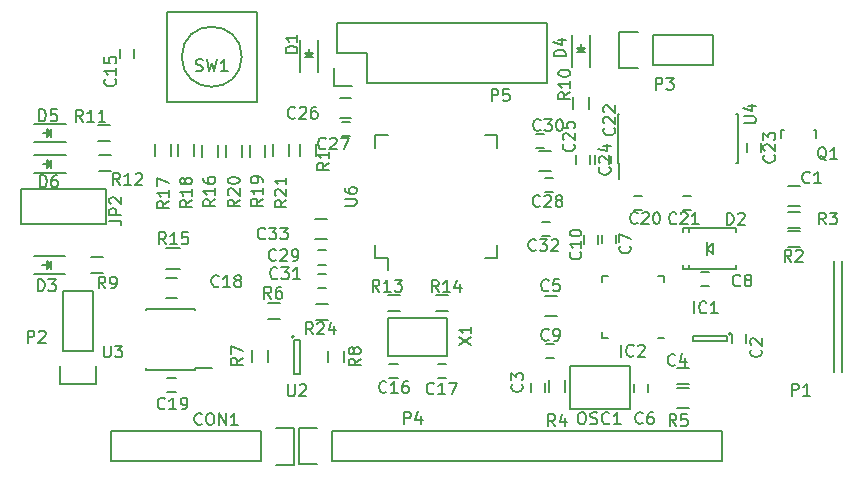
<source format=gto>
G04 #@! TF.FileFunction,Legend,Top*
%FSLAX46Y46*%
G04 Gerber Fmt 4.6, Leading zero omitted, Abs format (unit mm)*
G04 Created by KiCad (PCBNEW 4.0.0-rc1-stable) date 08/11/2015 16:00:56*
%MOMM*%
G01*
G04 APERTURE LIST*
%ADD10C,0.100000*%
%ADD11C,0.150000*%
%ADD12C,0.127000*%
%ADD13C,0.203200*%
G04 APERTURE END LIST*
D10*
D11*
X186468640Y-94984200D02*
X185468640Y-94984200D01*
X185468640Y-96684200D02*
X186468640Y-96684200D01*
X181930600Y-107554280D02*
X181930600Y-108254280D01*
X180730600Y-108254280D02*
X180730600Y-107554280D01*
X164866880Y-111714800D02*
X164866880Y-112414800D01*
X163666880Y-112414800D02*
X163666880Y-111714800D01*
X177080800Y-112113960D02*
X176080800Y-112113960D01*
X176080800Y-113813960D02*
X177080800Y-113813960D01*
X164904800Y-105990760D02*
X165904800Y-105990760D01*
X165904800Y-104290760D02*
X164904800Y-104290760D01*
X173604480Y-111735120D02*
X173604480Y-112435120D01*
X172404480Y-112435120D02*
X172404480Y-111735120D01*
X169722240Y-99846880D02*
X169722240Y-99146880D01*
X170922240Y-99146880D02*
X170922240Y-99846880D01*
X178085000Y-102280160D02*
X178785000Y-102280160D01*
X178785000Y-103480160D02*
X178085000Y-103480160D01*
X165683680Y-109550760D02*
X164983680Y-109550760D01*
X164983680Y-108350760D02*
X165683680Y-108350760D01*
X168188080Y-99872280D02*
X168188080Y-99172280D01*
X169388080Y-99172280D02*
X169388080Y-99872280D01*
X128873960Y-84114120D02*
X128873960Y-83414120D01*
X130073960Y-83414120D02*
X130073960Y-84114120D01*
X152412180Y-111275420D02*
X151712180Y-111275420D01*
X151712180Y-110075420D02*
X152412180Y-110075420D01*
X155826980Y-110075420D02*
X156526980Y-110075420D01*
X156526980Y-111275420D02*
X155826980Y-111275420D01*
X132773800Y-104507400D02*
X133773800Y-104507400D01*
X133773800Y-102807400D02*
X132773800Y-102807400D01*
X133623800Y-112471760D02*
X132923800Y-112471760D01*
X132923800Y-111271760D02*
X133623800Y-111271760D01*
X172436040Y-95833640D02*
X173136040Y-95833640D01*
X173136040Y-97033640D02*
X172436040Y-97033640D01*
X176586400Y-95833640D02*
X177286400Y-95833640D01*
X177286400Y-97033640D02*
X176586400Y-97033640D01*
X170338040Y-92410800D02*
X170338040Y-93110800D01*
X169138040Y-93110800D02*
X169138040Y-92410800D01*
X183159960Y-91379560D02*
X183159960Y-92079560D01*
X181959960Y-92079560D02*
X181959960Y-91379560D01*
X168687040Y-92410800D02*
X168687040Y-93110800D01*
X167487040Y-93110800D02*
X167487040Y-92410800D01*
X165381560Y-92007320D02*
X164381560Y-92007320D01*
X164381560Y-93707320D02*
X165381560Y-93707320D01*
X147500720Y-89226760D02*
X148500720Y-89226760D01*
X148500720Y-87526760D02*
X147500720Y-87526760D01*
X147676120Y-89564920D02*
X148376120Y-89564920D01*
X148376120Y-90764920D02*
X147676120Y-90764920D01*
X164851600Y-94294400D02*
X165551600Y-94294400D01*
X165551600Y-95494400D02*
X164851600Y-95494400D01*
X145649200Y-100441200D02*
X146349200Y-100441200D01*
X146349200Y-101641200D02*
X145649200Y-101641200D01*
X164820080Y-91816480D02*
X164120080Y-91816480D01*
X164120080Y-90616480D02*
X164820080Y-90616480D01*
X146349200Y-103663040D02*
X145649200Y-103663040D01*
X145649200Y-102463040D02*
X146349200Y-102463040D01*
X165338240Y-99218040D02*
X164638240Y-99218040D01*
X164638240Y-98018040D02*
X165338240Y-98018040D01*
X145423000Y-99452800D02*
X146423000Y-99452800D01*
X146423000Y-97752800D02*
X145423000Y-97752800D01*
X140843000Y-118313200D02*
X128143000Y-118313200D01*
X128143000Y-118313200D02*
X128143000Y-115773200D01*
X128143000Y-115773200D02*
X140843000Y-115773200D01*
X143663000Y-118593200D02*
X142113000Y-118593200D01*
X140843000Y-118313200D02*
X140843000Y-115773200D01*
X142113000Y-115493200D02*
X143663000Y-115493200D01*
X143663000Y-115493200D02*
X143663000Y-118593200D01*
X145677320Y-85338720D02*
X145677320Y-82638720D01*
X144177320Y-85338720D02*
X144177320Y-82638720D01*
X145077320Y-83838720D02*
X144827320Y-83838720D01*
X144827320Y-83838720D02*
X144977320Y-83988720D01*
X144577320Y-84088720D02*
X145277320Y-84088720D01*
X144927320Y-83738720D02*
X144927320Y-83388720D01*
X144927320Y-84088720D02*
X144577320Y-83738720D01*
X144577320Y-83738720D02*
X145277320Y-83738720D01*
X145277320Y-83738720D02*
X144927320Y-84088720D01*
X178596480Y-100304600D02*
X179146480Y-99854600D01*
X179146480Y-99854600D02*
X179146480Y-100754600D01*
X179146480Y-100754600D02*
X178596480Y-100304600D01*
X178596480Y-99754600D02*
X178596480Y-100854600D01*
X177047340Y-102054660D02*
X177047340Y-101704140D01*
X177047340Y-98554540D02*
X177047340Y-98905060D01*
X181096920Y-102054660D02*
X181096920Y-101704140D01*
X176596040Y-102054660D02*
X176596040Y-101704140D01*
X176596040Y-98554540D02*
X176596040Y-98905060D01*
X181096920Y-98554540D02*
X181096920Y-98905060D01*
X176596040Y-102054660D02*
X181096920Y-102054660D01*
X176596040Y-98554540D02*
X181096920Y-98554540D01*
X124287080Y-100951600D02*
X121587080Y-100951600D01*
X124287080Y-102451600D02*
X121587080Y-102451600D01*
X122787080Y-101551600D02*
X122787080Y-101801600D01*
X122787080Y-101801600D02*
X122937080Y-101651600D01*
X123037080Y-102051600D02*
X123037080Y-101351600D01*
X122687080Y-101701600D02*
X122337080Y-101701600D01*
X123037080Y-101701600D02*
X122687080Y-102051600D01*
X122687080Y-102051600D02*
X122687080Y-101351600D01*
X122687080Y-101351600D02*
X123037080Y-101701600D01*
X168694800Y-84886600D02*
X168694800Y-82186600D01*
X167194800Y-84886600D02*
X167194800Y-82186600D01*
X168094800Y-83386600D02*
X167844800Y-83386600D01*
X167844800Y-83386600D02*
X167994800Y-83536600D01*
X167594800Y-83636600D02*
X168294800Y-83636600D01*
X167944800Y-83286600D02*
X167944800Y-82936600D01*
X167944800Y-83636600D02*
X167594800Y-83286600D01*
X167594800Y-83286600D02*
X168294800Y-83286600D01*
X168294800Y-83286600D02*
X167944800Y-83636600D01*
X124322640Y-89775600D02*
X121622640Y-89775600D01*
X124322640Y-91275600D02*
X121622640Y-91275600D01*
X122822640Y-90375600D02*
X122822640Y-90625600D01*
X122822640Y-90625600D02*
X122972640Y-90475600D01*
X123072640Y-90875600D02*
X123072640Y-90175600D01*
X122722640Y-90525600D02*
X122372640Y-90525600D01*
X123072640Y-90525600D02*
X122722640Y-90875600D01*
X122722640Y-90875600D02*
X122722640Y-90175600D01*
X122722640Y-90175600D02*
X123072640Y-90525600D01*
X124312480Y-92401960D02*
X121612480Y-92401960D01*
X124312480Y-93901960D02*
X121612480Y-93901960D01*
X122812480Y-93001960D02*
X122812480Y-93251960D01*
X122812480Y-93251960D02*
X122962480Y-93101960D01*
X123062480Y-93501960D02*
X123062480Y-92801960D01*
X122712480Y-93151960D02*
X122362480Y-93151960D01*
X123062480Y-93151960D02*
X122712480Y-93501960D01*
X122712480Y-93501960D02*
X122712480Y-92801960D01*
X122712480Y-92801960D02*
X123062480Y-93151960D01*
X180646480Y-107504280D02*
G75*
G03X180646480Y-107504280I-100000J0D01*
G01*
X180296480Y-108154280D02*
X180296480Y-107654280D01*
X177396480Y-108154280D02*
X180296480Y-108154280D01*
X177396480Y-107654280D02*
X177396480Y-108154280D01*
X180296480Y-107654280D02*
X177396480Y-107654280D01*
X169703840Y-107857200D02*
X169703840Y-107332200D01*
X174953840Y-102607200D02*
X174953840Y-103132200D01*
X169703840Y-102607200D02*
X169703840Y-103132200D01*
X174953840Y-107857200D02*
X174428840Y-107857200D01*
X174953840Y-102607200D02*
X174428840Y-102607200D01*
X169703840Y-102607200D02*
X170228840Y-102607200D01*
X169703840Y-107857200D02*
X170228840Y-107857200D01*
X127765360Y-98251720D02*
X120565360Y-98251720D01*
X120565360Y-98251720D02*
X120565360Y-95251720D01*
X120565360Y-95251720D02*
X127765360Y-95251720D01*
X127765360Y-95251720D02*
X127765360Y-98251720D01*
X167050080Y-110244480D02*
X167050080Y-113844480D01*
X167050080Y-113844480D02*
X172050080Y-113844480D01*
X172050080Y-110244480D02*
X172050080Y-113844480D01*
X167050080Y-110244480D02*
X172050080Y-110244480D01*
X190021100Y-110706900D02*
X190021100Y-101306900D01*
X189321100Y-110706900D02*
X189321100Y-101306900D01*
X146893280Y-118282720D02*
X179913280Y-118282720D01*
X179913280Y-118282720D02*
X179913280Y-115742720D01*
X179913280Y-115742720D02*
X146893280Y-115742720D01*
X144073280Y-115462720D02*
X145623280Y-115462720D01*
X146893280Y-115742720D02*
X146893280Y-118282720D01*
X145623280Y-118562720D02*
X144073280Y-118562720D01*
X144073280Y-118562720D02*
X144073280Y-115462720D01*
X184859980Y-90911680D02*
X184859980Y-90210640D01*
X184859980Y-90210640D02*
X185108900Y-90210640D01*
X187658960Y-90210640D02*
X187859620Y-90210640D01*
X187859620Y-90210640D02*
X187859620Y-90911680D01*
X145495640Y-91437840D02*
X145495640Y-92437840D01*
X144145640Y-92437840D02*
X144145640Y-91437840D01*
X186468640Y-100192200D02*
X185468640Y-100192200D01*
X185468640Y-98842200D02*
X186468640Y-98842200D01*
X185504200Y-97206440D02*
X186504200Y-97206440D01*
X186504200Y-98556440D02*
X185504200Y-98556440D01*
X165273360Y-112453040D02*
X165273360Y-111453040D01*
X166623360Y-111453040D02*
X166623360Y-112453040D01*
X176080800Y-110389040D02*
X177080800Y-110389040D01*
X177080800Y-111739040D02*
X176080800Y-111739040D01*
X141440280Y-104933120D02*
X142440280Y-104933120D01*
X142440280Y-106283120D02*
X141440280Y-106283120D01*
X141406240Y-108882560D02*
X141406240Y-109882560D01*
X140056240Y-109882560D02*
X140056240Y-108882560D01*
X146533240Y-109923200D02*
X146533240Y-108923200D01*
X147883240Y-108923200D02*
X147883240Y-109923200D01*
X126489840Y-101026600D02*
X127489840Y-101026600D01*
X127489840Y-102376600D02*
X126489840Y-102376600D01*
X168640120Y-87485600D02*
X168640120Y-88485600D01*
X167290120Y-88485600D02*
X167290120Y-87485600D01*
X127058800Y-89815040D02*
X128058800Y-89815040D01*
X128058800Y-91165040D02*
X127058800Y-91165040D01*
X127160400Y-92339800D02*
X128160400Y-92339800D01*
X128160400Y-93689800D02*
X127160400Y-93689800D01*
X152640920Y-105556680D02*
X151640920Y-105556680D01*
X151640920Y-104206680D02*
X152640920Y-104206680D01*
X155704920Y-104221920D02*
X156704920Y-104221920D01*
X156704920Y-105571920D02*
X155704920Y-105571920D01*
X132785560Y-100267800D02*
X133985560Y-100267800D01*
X133985560Y-102017800D02*
X132785560Y-102017800D01*
X135875400Y-92514040D02*
X135875400Y-91514040D01*
X137225400Y-91514040D02*
X137225400Y-92514040D01*
X131913000Y-92473400D02*
X131913000Y-91473400D01*
X133263000Y-91473400D02*
X133263000Y-92473400D01*
X133858640Y-92473400D02*
X133858640Y-91473400D01*
X135208640Y-91473400D02*
X135208640Y-92473400D01*
X139878440Y-92514040D02*
X139878440Y-91514040D01*
X141228440Y-91514040D02*
X141228440Y-92514040D01*
X137897240Y-92514040D02*
X137897240Y-91514040D01*
X139247240Y-91514040D02*
X139247240Y-92514040D01*
X143209640Y-91473400D02*
X143209640Y-92473400D01*
X141859640Y-92473400D02*
X141859640Y-91473400D01*
X146494120Y-106308520D02*
X145494120Y-106308520D01*
X145494120Y-104958520D02*
X146494120Y-104958520D01*
D12*
X139217400Y-84048600D02*
G75*
G03X139217400Y-84048600I-2540000J0D01*
G01*
X140487400Y-87858600D02*
X132867400Y-87858600D01*
X132867400Y-87858600D02*
X132867400Y-80238600D01*
X132867400Y-80238600D02*
X140487400Y-80238600D01*
X140487400Y-87858600D02*
X140487400Y-80238600D01*
D11*
X143631640Y-107758760D02*
G75*
G03X143631640Y-107758760I-100000J0D01*
G01*
X144181640Y-108008760D02*
X143681640Y-108008760D01*
X144181640Y-110908760D02*
X144181640Y-108008760D01*
X143681640Y-110908760D02*
X144181640Y-110908760D01*
X143681640Y-108008760D02*
X143681640Y-110908760D01*
X135292920Y-110535160D02*
X135292920Y-110390160D01*
X131142920Y-110535160D02*
X131142920Y-110390160D01*
X131142920Y-105385160D02*
X131142920Y-105530160D01*
X135292920Y-105385160D02*
X135292920Y-105530160D01*
X135292920Y-110535160D02*
X131142920Y-110535160D01*
X135292920Y-105385160D02*
X131142920Y-105385160D01*
X135292920Y-110390160D02*
X136692920Y-110390160D01*
X171058760Y-93047640D02*
X171163760Y-93047640D01*
X171058760Y-88897640D02*
X171163760Y-88897640D01*
X181208760Y-88897640D02*
X181103760Y-88897640D01*
X181208760Y-93047640D02*
X181103760Y-93047640D01*
X171058760Y-93047640D02*
X171058760Y-88897640D01*
X181208760Y-93047640D02*
X181208760Y-88897640D01*
X171163760Y-93047640D02*
X171163760Y-94422640D01*
X150511760Y-101060000D02*
X151586760Y-101060000D01*
X150511760Y-90710000D02*
X151586760Y-90710000D01*
X160861760Y-90710000D02*
X159786760Y-90710000D01*
X160861760Y-101060000D02*
X159786760Y-101060000D01*
X150511760Y-101060000D02*
X150511760Y-99985000D01*
X160861760Y-101060000D02*
X160861760Y-99985000D01*
X160861760Y-90710000D02*
X160861760Y-91785000D01*
X150511760Y-90710000D02*
X150511760Y-91785000D01*
X151586760Y-101060000D02*
X151586760Y-102085000D01*
X156627200Y-109377280D02*
X151627200Y-109377280D01*
X151627200Y-109377280D02*
X151627200Y-106177280D01*
X151627200Y-106177280D02*
X156627200Y-106177280D01*
X156627200Y-106177280D02*
X156627200Y-109377280D01*
X165094920Y-81183480D02*
X147314920Y-81183480D01*
X149854920Y-86263480D02*
X165094920Y-86263480D01*
X165094920Y-81183480D02*
X165094920Y-86263480D01*
X147314920Y-81183480D02*
X147314920Y-83723480D01*
X147034920Y-84993480D02*
X147034920Y-86543480D01*
X147314920Y-83723480D02*
X149854920Y-83723480D01*
X149854920Y-83723480D02*
X149854920Y-86263480D01*
X147034920Y-86543480D02*
X148584920Y-86543480D01*
X126619000Y-108966000D02*
X126619000Y-103886000D01*
X126619000Y-103886000D02*
X124079000Y-103886000D01*
X124079000Y-103886000D02*
X124079000Y-108966000D01*
X123799000Y-111786000D02*
X123799000Y-110236000D01*
X124079000Y-108966000D02*
X126619000Y-108966000D01*
X126899000Y-110236000D02*
X126899000Y-111786000D01*
X126899000Y-111786000D02*
X123799000Y-111786000D01*
X173995080Y-84754720D02*
X179075080Y-84754720D01*
X179075080Y-84754720D02*
X179075080Y-82214720D01*
X179075080Y-82214720D02*
X173995080Y-82214720D01*
X171175080Y-81934720D02*
X172725080Y-81934720D01*
X173995080Y-82214720D02*
X173995080Y-84754720D01*
X172725080Y-85034720D02*
X171175080Y-85034720D01*
X171175080Y-85034720D02*
X171175080Y-81934720D01*
X187305654Y-94682583D02*
X187258035Y-94730202D01*
X187115178Y-94777821D01*
X187019940Y-94777821D01*
X186877082Y-94730202D01*
X186781844Y-94634964D01*
X186734225Y-94539726D01*
X186686606Y-94349250D01*
X186686606Y-94206392D01*
X186734225Y-94015916D01*
X186781844Y-93920678D01*
X186877082Y-93825440D01*
X187019940Y-93777821D01*
X187115178Y-93777821D01*
X187258035Y-93825440D01*
X187305654Y-93873059D01*
X188258035Y-94777821D02*
X187686606Y-94777821D01*
X187972320Y-94777821D02*
X187972320Y-93777821D01*
X187877082Y-93920678D01*
X187781844Y-94015916D01*
X187686606Y-94063535D01*
X183155863Y-108838026D02*
X183203482Y-108885645D01*
X183251101Y-109028502D01*
X183251101Y-109123740D01*
X183203482Y-109266598D01*
X183108244Y-109361836D01*
X183013006Y-109409455D01*
X182822530Y-109457074D01*
X182679672Y-109457074D01*
X182489196Y-109409455D01*
X182393958Y-109361836D01*
X182298720Y-109266598D01*
X182251101Y-109123740D01*
X182251101Y-109028502D01*
X182298720Y-108885645D01*
X182346339Y-108838026D01*
X182346339Y-108457074D02*
X182298720Y-108409455D01*
X182251101Y-108314217D01*
X182251101Y-108076121D01*
X182298720Y-107980883D01*
X182346339Y-107933264D01*
X182441577Y-107885645D01*
X182536815Y-107885645D01*
X182679672Y-107933264D01*
X183251101Y-108504693D01*
X183251101Y-107885645D01*
X162937463Y-111784426D02*
X162985082Y-111832045D01*
X163032701Y-111974902D01*
X163032701Y-112070140D01*
X162985082Y-112212998D01*
X162889844Y-112308236D01*
X162794606Y-112355855D01*
X162604130Y-112403474D01*
X162461272Y-112403474D01*
X162270796Y-112355855D01*
X162175558Y-112308236D01*
X162080320Y-112212998D01*
X162032701Y-112070140D01*
X162032701Y-111974902D01*
X162080320Y-111832045D01*
X162127939Y-111784426D01*
X162032701Y-111451093D02*
X162032701Y-110832045D01*
X162413653Y-111165379D01*
X162413653Y-111022521D01*
X162461272Y-110927283D01*
X162508891Y-110879664D01*
X162604130Y-110832045D01*
X162842225Y-110832045D01*
X162937463Y-110879664D01*
X162985082Y-110927283D01*
X163032701Y-111022521D01*
X163032701Y-111308236D01*
X162985082Y-111403474D01*
X162937463Y-111451093D01*
X175906134Y-110125783D02*
X175858515Y-110173402D01*
X175715658Y-110221021D01*
X175620420Y-110221021D01*
X175477562Y-110173402D01*
X175382324Y-110078164D01*
X175334705Y-109982926D01*
X175287086Y-109792450D01*
X175287086Y-109649592D01*
X175334705Y-109459116D01*
X175382324Y-109363878D01*
X175477562Y-109268640D01*
X175620420Y-109221021D01*
X175715658Y-109221021D01*
X175858515Y-109268640D01*
X175906134Y-109316259D01*
X176763277Y-109554354D02*
X176763277Y-110221021D01*
X176525181Y-109173402D02*
X176287086Y-109887688D01*
X176906134Y-109887688D01*
X165202574Y-103806263D02*
X165154955Y-103853882D01*
X165012098Y-103901501D01*
X164916860Y-103901501D01*
X164774002Y-103853882D01*
X164678764Y-103758644D01*
X164631145Y-103663406D01*
X164583526Y-103472930D01*
X164583526Y-103330072D01*
X164631145Y-103139596D01*
X164678764Y-103044358D01*
X164774002Y-102949120D01*
X164916860Y-102901501D01*
X165012098Y-102901501D01*
X165154955Y-102949120D01*
X165202574Y-102996739D01*
X166107336Y-102901501D02*
X165631145Y-102901501D01*
X165583526Y-103377691D01*
X165631145Y-103330072D01*
X165726383Y-103282453D01*
X165964479Y-103282453D01*
X166059717Y-103330072D01*
X166107336Y-103377691D01*
X166154955Y-103472930D01*
X166154955Y-103711025D01*
X166107336Y-103806263D01*
X166059717Y-103853882D01*
X165964479Y-103901501D01*
X165726383Y-103901501D01*
X165631145Y-103853882D01*
X165583526Y-103806263D01*
X173162934Y-115043223D02*
X173115315Y-115090842D01*
X172972458Y-115138461D01*
X172877220Y-115138461D01*
X172734362Y-115090842D01*
X172639124Y-114995604D01*
X172591505Y-114900366D01*
X172543886Y-114709890D01*
X172543886Y-114567032D01*
X172591505Y-114376556D01*
X172639124Y-114281318D01*
X172734362Y-114186080D01*
X172877220Y-114138461D01*
X172972458Y-114138461D01*
X173115315Y-114186080D01*
X173162934Y-114233699D01*
X174020077Y-114138461D02*
X173829600Y-114138461D01*
X173734362Y-114186080D01*
X173686743Y-114233699D01*
X173591505Y-114376556D01*
X173543886Y-114567032D01*
X173543886Y-114947985D01*
X173591505Y-115043223D01*
X173639124Y-115090842D01*
X173734362Y-115138461D01*
X173924839Y-115138461D01*
X174020077Y-115090842D01*
X174067696Y-115043223D01*
X174115315Y-114947985D01*
X174115315Y-114709890D01*
X174067696Y-114614651D01*
X174020077Y-114567032D01*
X173924839Y-114519413D01*
X173734362Y-114519413D01*
X173639124Y-114567032D01*
X173591505Y-114614651D01*
X173543886Y-114709890D01*
X172061143Y-100080106D02*
X172108762Y-100127725D01*
X172156381Y-100270582D01*
X172156381Y-100365820D01*
X172108762Y-100508678D01*
X172013524Y-100603916D01*
X171918286Y-100651535D01*
X171727810Y-100699154D01*
X171584952Y-100699154D01*
X171394476Y-100651535D01*
X171299238Y-100603916D01*
X171204000Y-100508678D01*
X171156381Y-100365820D01*
X171156381Y-100270582D01*
X171204000Y-100127725D01*
X171251619Y-100080106D01*
X171156381Y-99746773D02*
X171156381Y-99080106D01*
X172156381Y-99508678D01*
X181417934Y-103399863D02*
X181370315Y-103447482D01*
X181227458Y-103495101D01*
X181132220Y-103495101D01*
X180989362Y-103447482D01*
X180894124Y-103352244D01*
X180846505Y-103257006D01*
X180798886Y-103066530D01*
X180798886Y-102923672D01*
X180846505Y-102733196D01*
X180894124Y-102637958D01*
X180989362Y-102542720D01*
X181132220Y-102495101D01*
X181227458Y-102495101D01*
X181370315Y-102542720D01*
X181417934Y-102590339D01*
X181989362Y-102923672D02*
X181894124Y-102876053D01*
X181846505Y-102828434D01*
X181798886Y-102733196D01*
X181798886Y-102685577D01*
X181846505Y-102590339D01*
X181894124Y-102542720D01*
X181989362Y-102495101D01*
X182179839Y-102495101D01*
X182275077Y-102542720D01*
X182322696Y-102590339D01*
X182370315Y-102685577D01*
X182370315Y-102733196D01*
X182322696Y-102828434D01*
X182275077Y-102876053D01*
X182179839Y-102923672D01*
X181989362Y-102923672D01*
X181894124Y-102971291D01*
X181846505Y-103018910D01*
X181798886Y-103114149D01*
X181798886Y-103304625D01*
X181846505Y-103399863D01*
X181894124Y-103447482D01*
X181989362Y-103495101D01*
X182179839Y-103495101D01*
X182275077Y-103447482D01*
X182322696Y-103399863D01*
X182370315Y-103304625D01*
X182370315Y-103114149D01*
X182322696Y-103018910D01*
X182275077Y-102971291D01*
X182179839Y-102923672D01*
X165202574Y-107997263D02*
X165154955Y-108044882D01*
X165012098Y-108092501D01*
X164916860Y-108092501D01*
X164774002Y-108044882D01*
X164678764Y-107949644D01*
X164631145Y-107854406D01*
X164583526Y-107663930D01*
X164583526Y-107521072D01*
X164631145Y-107330596D01*
X164678764Y-107235358D01*
X164774002Y-107140120D01*
X164916860Y-107092501D01*
X165012098Y-107092501D01*
X165154955Y-107140120D01*
X165202574Y-107187739D01*
X165678764Y-108092501D02*
X165869240Y-108092501D01*
X165964479Y-108044882D01*
X166012098Y-107997263D01*
X166107336Y-107854406D01*
X166154955Y-107663930D01*
X166154955Y-107282977D01*
X166107336Y-107187739D01*
X166059717Y-107140120D01*
X165964479Y-107092501D01*
X165774002Y-107092501D01*
X165678764Y-107140120D01*
X165631145Y-107187739D01*
X165583526Y-107282977D01*
X165583526Y-107521072D01*
X165631145Y-107616310D01*
X165678764Y-107663930D01*
X165774002Y-107711549D01*
X165964479Y-107711549D01*
X166059717Y-107663930D01*
X166107336Y-107616310D01*
X166154955Y-107521072D01*
X167875223Y-100596937D02*
X167922842Y-100644556D01*
X167970461Y-100787413D01*
X167970461Y-100882651D01*
X167922842Y-101025509D01*
X167827604Y-101120747D01*
X167732366Y-101168366D01*
X167541890Y-101215985D01*
X167399032Y-101215985D01*
X167208556Y-101168366D01*
X167113318Y-101120747D01*
X167018080Y-101025509D01*
X166970461Y-100882651D01*
X166970461Y-100787413D01*
X167018080Y-100644556D01*
X167065699Y-100596937D01*
X167970461Y-99644556D02*
X167970461Y-100215985D01*
X167970461Y-99930271D02*
X166970461Y-99930271D01*
X167113318Y-100025509D01*
X167208556Y-100120747D01*
X167256175Y-100215985D01*
X166970461Y-99025509D02*
X166970461Y-98930270D01*
X167018080Y-98835032D01*
X167065699Y-98787413D01*
X167160937Y-98739794D01*
X167351413Y-98692175D01*
X167589509Y-98692175D01*
X167779985Y-98739794D01*
X167875223Y-98787413D01*
X167922842Y-98835032D01*
X167970461Y-98930270D01*
X167970461Y-99025509D01*
X167922842Y-99120747D01*
X167875223Y-99168366D01*
X167779985Y-99215985D01*
X167589509Y-99263604D01*
X167351413Y-99263604D01*
X167160937Y-99215985D01*
X167065699Y-99168366D01*
X167018080Y-99120747D01*
X166970461Y-99025509D01*
X128489983Y-85946217D02*
X128537602Y-85993836D01*
X128585221Y-86136693D01*
X128585221Y-86231931D01*
X128537602Y-86374789D01*
X128442364Y-86470027D01*
X128347126Y-86517646D01*
X128156650Y-86565265D01*
X128013792Y-86565265D01*
X127823316Y-86517646D01*
X127728078Y-86470027D01*
X127632840Y-86374789D01*
X127585221Y-86231931D01*
X127585221Y-86136693D01*
X127632840Y-85993836D01*
X127680459Y-85946217D01*
X128585221Y-84993836D02*
X128585221Y-85565265D01*
X128585221Y-85279551D02*
X127585221Y-85279551D01*
X127728078Y-85374789D01*
X127823316Y-85470027D01*
X127870935Y-85565265D01*
X127585221Y-84089074D02*
X127585221Y-84565265D01*
X128061411Y-84612884D01*
X128013792Y-84565265D01*
X127966173Y-84470027D01*
X127966173Y-84231931D01*
X128013792Y-84136693D01*
X128061411Y-84089074D01*
X128156650Y-84041455D01*
X128394745Y-84041455D01*
X128489983Y-84089074D01*
X128537602Y-84136693D01*
X128585221Y-84231931D01*
X128585221Y-84470027D01*
X128537602Y-84565265D01*
X128489983Y-84612884D01*
X151462503Y-112427023D02*
X151414884Y-112474642D01*
X151272027Y-112522261D01*
X151176789Y-112522261D01*
X151033931Y-112474642D01*
X150938693Y-112379404D01*
X150891074Y-112284166D01*
X150843455Y-112093690D01*
X150843455Y-111950832D01*
X150891074Y-111760356D01*
X150938693Y-111665118D01*
X151033931Y-111569880D01*
X151176789Y-111522261D01*
X151272027Y-111522261D01*
X151414884Y-111569880D01*
X151462503Y-111617499D01*
X152414884Y-112522261D02*
X151843455Y-112522261D01*
X152129169Y-112522261D02*
X152129169Y-111522261D01*
X152033931Y-111665118D01*
X151938693Y-111760356D01*
X151843455Y-111807975D01*
X153272027Y-111522261D02*
X153081550Y-111522261D01*
X152986312Y-111569880D01*
X152938693Y-111617499D01*
X152843455Y-111760356D01*
X152795836Y-111950832D01*
X152795836Y-112331785D01*
X152843455Y-112427023D01*
X152891074Y-112474642D01*
X152986312Y-112522261D01*
X153176789Y-112522261D01*
X153272027Y-112474642D01*
X153319646Y-112427023D01*
X153367265Y-112331785D01*
X153367265Y-112093690D01*
X153319646Y-111998451D01*
X153272027Y-111950832D01*
X153176789Y-111903213D01*
X152986312Y-111903213D01*
X152891074Y-111950832D01*
X152843455Y-111998451D01*
X152795836Y-112093690D01*
X155485863Y-112538783D02*
X155438244Y-112586402D01*
X155295387Y-112634021D01*
X155200149Y-112634021D01*
X155057291Y-112586402D01*
X154962053Y-112491164D01*
X154914434Y-112395926D01*
X154866815Y-112205450D01*
X154866815Y-112062592D01*
X154914434Y-111872116D01*
X154962053Y-111776878D01*
X155057291Y-111681640D01*
X155200149Y-111634021D01*
X155295387Y-111634021D01*
X155438244Y-111681640D01*
X155485863Y-111729259D01*
X156438244Y-112634021D02*
X155866815Y-112634021D01*
X156152529Y-112634021D02*
X156152529Y-111634021D01*
X156057291Y-111776878D01*
X155962053Y-111872116D01*
X155866815Y-111919735D01*
X156771577Y-111634021D02*
X157438244Y-111634021D01*
X157009672Y-112634021D01*
X137268983Y-103455743D02*
X137221364Y-103503362D01*
X137078507Y-103550981D01*
X136983269Y-103550981D01*
X136840411Y-103503362D01*
X136745173Y-103408124D01*
X136697554Y-103312886D01*
X136649935Y-103122410D01*
X136649935Y-102979552D01*
X136697554Y-102789076D01*
X136745173Y-102693838D01*
X136840411Y-102598600D01*
X136983269Y-102550981D01*
X137078507Y-102550981D01*
X137221364Y-102598600D01*
X137268983Y-102646219D01*
X138221364Y-103550981D02*
X137649935Y-103550981D01*
X137935649Y-103550981D02*
X137935649Y-102550981D01*
X137840411Y-102693838D01*
X137745173Y-102789076D01*
X137649935Y-102836695D01*
X138792792Y-102979552D02*
X138697554Y-102931933D01*
X138649935Y-102884314D01*
X138602316Y-102789076D01*
X138602316Y-102741457D01*
X138649935Y-102646219D01*
X138697554Y-102598600D01*
X138792792Y-102550981D01*
X138983269Y-102550981D01*
X139078507Y-102598600D01*
X139126126Y-102646219D01*
X139173745Y-102741457D01*
X139173745Y-102789076D01*
X139126126Y-102884314D01*
X139078507Y-102931933D01*
X138983269Y-102979552D01*
X138792792Y-102979552D01*
X138697554Y-103027171D01*
X138649935Y-103074790D01*
X138602316Y-103170029D01*
X138602316Y-103360505D01*
X138649935Y-103455743D01*
X138697554Y-103503362D01*
X138792792Y-103550981D01*
X138983269Y-103550981D01*
X139078507Y-103503362D01*
X139126126Y-103455743D01*
X139173745Y-103360505D01*
X139173745Y-103170029D01*
X139126126Y-103074790D01*
X139078507Y-103027171D01*
X138983269Y-102979552D01*
X132707143Y-113818943D02*
X132659524Y-113866562D01*
X132516667Y-113914181D01*
X132421429Y-113914181D01*
X132278571Y-113866562D01*
X132183333Y-113771324D01*
X132135714Y-113676086D01*
X132088095Y-113485610D01*
X132088095Y-113342752D01*
X132135714Y-113152276D01*
X132183333Y-113057038D01*
X132278571Y-112961800D01*
X132421429Y-112914181D01*
X132516667Y-112914181D01*
X132659524Y-112961800D01*
X132707143Y-113009419D01*
X133659524Y-113914181D02*
X133088095Y-113914181D01*
X133373809Y-113914181D02*
X133373809Y-112914181D01*
X133278571Y-113057038D01*
X133183333Y-113152276D01*
X133088095Y-113199895D01*
X134135714Y-113914181D02*
X134326190Y-113914181D01*
X134421429Y-113866562D01*
X134469048Y-113818943D01*
X134564286Y-113676086D01*
X134611905Y-113485610D01*
X134611905Y-113104657D01*
X134564286Y-113009419D01*
X134516667Y-112961800D01*
X134421429Y-112914181D01*
X134230952Y-112914181D01*
X134135714Y-112961800D01*
X134088095Y-113009419D01*
X134040476Y-113104657D01*
X134040476Y-113342752D01*
X134088095Y-113437990D01*
X134135714Y-113485610D01*
X134230952Y-113533229D01*
X134421429Y-113533229D01*
X134516667Y-113485610D01*
X134564286Y-113437990D01*
X134611905Y-113342752D01*
X172727383Y-98116663D02*
X172679764Y-98164282D01*
X172536907Y-98211901D01*
X172441669Y-98211901D01*
X172298811Y-98164282D01*
X172203573Y-98069044D01*
X172155954Y-97973806D01*
X172108335Y-97783330D01*
X172108335Y-97640472D01*
X172155954Y-97449996D01*
X172203573Y-97354758D01*
X172298811Y-97259520D01*
X172441669Y-97211901D01*
X172536907Y-97211901D01*
X172679764Y-97259520D01*
X172727383Y-97307139D01*
X173108335Y-97307139D02*
X173155954Y-97259520D01*
X173251192Y-97211901D01*
X173489288Y-97211901D01*
X173584526Y-97259520D01*
X173632145Y-97307139D01*
X173679764Y-97402377D01*
X173679764Y-97497615D01*
X173632145Y-97640472D01*
X173060716Y-98211901D01*
X173679764Y-98211901D01*
X174298811Y-97211901D02*
X174394050Y-97211901D01*
X174489288Y-97259520D01*
X174536907Y-97307139D01*
X174584526Y-97402377D01*
X174632145Y-97592853D01*
X174632145Y-97830949D01*
X174584526Y-98021425D01*
X174536907Y-98116663D01*
X174489288Y-98164282D01*
X174394050Y-98211901D01*
X174298811Y-98211901D01*
X174203573Y-98164282D01*
X174155954Y-98116663D01*
X174108335Y-98021425D01*
X174060716Y-97830949D01*
X174060716Y-97592853D01*
X174108335Y-97402377D01*
X174155954Y-97307139D01*
X174203573Y-97259520D01*
X174298811Y-97211901D01*
X176009063Y-98131903D02*
X175961444Y-98179522D01*
X175818587Y-98227141D01*
X175723349Y-98227141D01*
X175580491Y-98179522D01*
X175485253Y-98084284D01*
X175437634Y-97989046D01*
X175390015Y-97798570D01*
X175390015Y-97655712D01*
X175437634Y-97465236D01*
X175485253Y-97369998D01*
X175580491Y-97274760D01*
X175723349Y-97227141D01*
X175818587Y-97227141D01*
X175961444Y-97274760D01*
X176009063Y-97322379D01*
X176390015Y-97322379D02*
X176437634Y-97274760D01*
X176532872Y-97227141D01*
X176770968Y-97227141D01*
X176866206Y-97274760D01*
X176913825Y-97322379D01*
X176961444Y-97417617D01*
X176961444Y-97512855D01*
X176913825Y-97655712D01*
X176342396Y-98227141D01*
X176961444Y-98227141D01*
X177913825Y-98227141D02*
X177342396Y-98227141D01*
X177628110Y-98227141D02*
X177628110Y-97227141D01*
X177532872Y-97369998D01*
X177437634Y-97465236D01*
X177342396Y-97512855D01*
X170735263Y-90081337D02*
X170782882Y-90128956D01*
X170830501Y-90271813D01*
X170830501Y-90367051D01*
X170782882Y-90509909D01*
X170687644Y-90605147D01*
X170592406Y-90652766D01*
X170401930Y-90700385D01*
X170259072Y-90700385D01*
X170068596Y-90652766D01*
X169973358Y-90605147D01*
X169878120Y-90509909D01*
X169830501Y-90367051D01*
X169830501Y-90271813D01*
X169878120Y-90128956D01*
X169925739Y-90081337D01*
X169925739Y-89700385D02*
X169878120Y-89652766D01*
X169830501Y-89557528D01*
X169830501Y-89319432D01*
X169878120Y-89224194D01*
X169925739Y-89176575D01*
X170020977Y-89128956D01*
X170116215Y-89128956D01*
X170259072Y-89176575D01*
X170830501Y-89748004D01*
X170830501Y-89128956D01*
X169925739Y-88748004D02*
X169878120Y-88700385D01*
X169830501Y-88605147D01*
X169830501Y-88367051D01*
X169878120Y-88271813D01*
X169925739Y-88224194D01*
X170020977Y-88176575D01*
X170116215Y-88176575D01*
X170259072Y-88224194D01*
X170830501Y-88795623D01*
X170830501Y-88176575D01*
X184293783Y-92387657D02*
X184341402Y-92435276D01*
X184389021Y-92578133D01*
X184389021Y-92673371D01*
X184341402Y-92816229D01*
X184246164Y-92911467D01*
X184150926Y-92959086D01*
X183960450Y-93006705D01*
X183817592Y-93006705D01*
X183627116Y-92959086D01*
X183531878Y-92911467D01*
X183436640Y-92816229D01*
X183389021Y-92673371D01*
X183389021Y-92578133D01*
X183436640Y-92435276D01*
X183484259Y-92387657D01*
X183484259Y-92006705D02*
X183436640Y-91959086D01*
X183389021Y-91863848D01*
X183389021Y-91625752D01*
X183436640Y-91530514D01*
X183484259Y-91482895D01*
X183579497Y-91435276D01*
X183674735Y-91435276D01*
X183817592Y-91482895D01*
X184389021Y-92054324D01*
X184389021Y-91435276D01*
X183389021Y-91101943D02*
X183389021Y-90482895D01*
X183769973Y-90816229D01*
X183769973Y-90673371D01*
X183817592Y-90578133D01*
X183865211Y-90530514D01*
X183960450Y-90482895D01*
X184198545Y-90482895D01*
X184293783Y-90530514D01*
X184341402Y-90578133D01*
X184389021Y-90673371D01*
X184389021Y-90959086D01*
X184341402Y-91054324D01*
X184293783Y-91101943D01*
X170344183Y-93403657D02*
X170391802Y-93451276D01*
X170439421Y-93594133D01*
X170439421Y-93689371D01*
X170391802Y-93832229D01*
X170296564Y-93927467D01*
X170201326Y-93975086D01*
X170010850Y-94022705D01*
X169867992Y-94022705D01*
X169677516Y-93975086D01*
X169582278Y-93927467D01*
X169487040Y-93832229D01*
X169439421Y-93689371D01*
X169439421Y-93594133D01*
X169487040Y-93451276D01*
X169534659Y-93403657D01*
X169534659Y-93022705D02*
X169487040Y-92975086D01*
X169439421Y-92879848D01*
X169439421Y-92641752D01*
X169487040Y-92546514D01*
X169534659Y-92498895D01*
X169629897Y-92451276D01*
X169725135Y-92451276D01*
X169867992Y-92498895D01*
X170439421Y-93070324D01*
X170439421Y-92451276D01*
X169772754Y-91594133D02*
X170439421Y-91594133D01*
X169391802Y-91832229D02*
X170106088Y-92070324D01*
X170106088Y-91451276D01*
X167306263Y-91452937D02*
X167353882Y-91500556D01*
X167401501Y-91643413D01*
X167401501Y-91738651D01*
X167353882Y-91881509D01*
X167258644Y-91976747D01*
X167163406Y-92024366D01*
X166972930Y-92071985D01*
X166830072Y-92071985D01*
X166639596Y-92024366D01*
X166544358Y-91976747D01*
X166449120Y-91881509D01*
X166401501Y-91738651D01*
X166401501Y-91643413D01*
X166449120Y-91500556D01*
X166496739Y-91452937D01*
X166496739Y-91071985D02*
X166449120Y-91024366D01*
X166401501Y-90929128D01*
X166401501Y-90691032D01*
X166449120Y-90595794D01*
X166496739Y-90548175D01*
X166591977Y-90500556D01*
X166687215Y-90500556D01*
X166830072Y-90548175D01*
X167401501Y-91119604D01*
X167401501Y-90500556D01*
X166401501Y-89595794D02*
X166401501Y-90071985D01*
X166877691Y-90119604D01*
X166830072Y-90071985D01*
X166782453Y-89976747D01*
X166782453Y-89738651D01*
X166830072Y-89643413D01*
X166877691Y-89595794D01*
X166972930Y-89548175D01*
X167211025Y-89548175D01*
X167306263Y-89595794D01*
X167353882Y-89643413D01*
X167401501Y-89738651D01*
X167401501Y-89976747D01*
X167353882Y-90071985D01*
X167306263Y-90119604D01*
X143730743Y-89196183D02*
X143683124Y-89243802D01*
X143540267Y-89291421D01*
X143445029Y-89291421D01*
X143302171Y-89243802D01*
X143206933Y-89148564D01*
X143159314Y-89053326D01*
X143111695Y-88862850D01*
X143111695Y-88719992D01*
X143159314Y-88529516D01*
X143206933Y-88434278D01*
X143302171Y-88339040D01*
X143445029Y-88291421D01*
X143540267Y-88291421D01*
X143683124Y-88339040D01*
X143730743Y-88386659D01*
X144111695Y-88386659D02*
X144159314Y-88339040D01*
X144254552Y-88291421D01*
X144492648Y-88291421D01*
X144587886Y-88339040D01*
X144635505Y-88386659D01*
X144683124Y-88481897D01*
X144683124Y-88577135D01*
X144635505Y-88719992D01*
X144064076Y-89291421D01*
X144683124Y-89291421D01*
X145540267Y-88291421D02*
X145349790Y-88291421D01*
X145254552Y-88339040D01*
X145206933Y-88386659D01*
X145111695Y-88529516D01*
X145064076Y-88719992D01*
X145064076Y-89100945D01*
X145111695Y-89196183D01*
X145159314Y-89243802D01*
X145254552Y-89291421D01*
X145445029Y-89291421D01*
X145540267Y-89243802D01*
X145587886Y-89196183D01*
X145635505Y-89100945D01*
X145635505Y-88862850D01*
X145587886Y-88767611D01*
X145540267Y-88719992D01*
X145445029Y-88672373D01*
X145254552Y-88672373D01*
X145159314Y-88719992D01*
X145111695Y-88767611D01*
X145064076Y-88862850D01*
X146311383Y-91797143D02*
X146263764Y-91844762D01*
X146120907Y-91892381D01*
X146025669Y-91892381D01*
X145882811Y-91844762D01*
X145787573Y-91749524D01*
X145739954Y-91654286D01*
X145692335Y-91463810D01*
X145692335Y-91320952D01*
X145739954Y-91130476D01*
X145787573Y-91035238D01*
X145882811Y-90940000D01*
X146025669Y-90892381D01*
X146120907Y-90892381D01*
X146263764Y-90940000D01*
X146311383Y-90987619D01*
X146692335Y-90987619D02*
X146739954Y-90940000D01*
X146835192Y-90892381D01*
X147073288Y-90892381D01*
X147168526Y-90940000D01*
X147216145Y-90987619D01*
X147263764Y-91082857D01*
X147263764Y-91178095D01*
X147216145Y-91320952D01*
X146644716Y-91892381D01*
X147263764Y-91892381D01*
X147597097Y-90892381D02*
X148263764Y-90892381D01*
X147835192Y-91892381D01*
X164457143Y-96673943D02*
X164409524Y-96721562D01*
X164266667Y-96769181D01*
X164171429Y-96769181D01*
X164028571Y-96721562D01*
X163933333Y-96626324D01*
X163885714Y-96531086D01*
X163838095Y-96340610D01*
X163838095Y-96197752D01*
X163885714Y-96007276D01*
X163933333Y-95912038D01*
X164028571Y-95816800D01*
X164171429Y-95769181D01*
X164266667Y-95769181D01*
X164409524Y-95816800D01*
X164457143Y-95864419D01*
X164838095Y-95864419D02*
X164885714Y-95816800D01*
X164980952Y-95769181D01*
X165219048Y-95769181D01*
X165314286Y-95816800D01*
X165361905Y-95864419D01*
X165409524Y-95959657D01*
X165409524Y-96054895D01*
X165361905Y-96197752D01*
X164790476Y-96769181D01*
X165409524Y-96769181D01*
X165980952Y-96197752D02*
X165885714Y-96150133D01*
X165838095Y-96102514D01*
X165790476Y-96007276D01*
X165790476Y-95959657D01*
X165838095Y-95864419D01*
X165885714Y-95816800D01*
X165980952Y-95769181D01*
X166171429Y-95769181D01*
X166266667Y-95816800D01*
X166314286Y-95864419D01*
X166361905Y-95959657D01*
X166361905Y-96007276D01*
X166314286Y-96102514D01*
X166266667Y-96150133D01*
X166171429Y-96197752D01*
X165980952Y-96197752D01*
X165885714Y-96245371D01*
X165838095Y-96292990D01*
X165790476Y-96388229D01*
X165790476Y-96578705D01*
X165838095Y-96673943D01*
X165885714Y-96721562D01*
X165980952Y-96769181D01*
X166171429Y-96769181D01*
X166266667Y-96721562D01*
X166314286Y-96673943D01*
X166361905Y-96578705D01*
X166361905Y-96388229D01*
X166314286Y-96292990D01*
X166266667Y-96245371D01*
X166171429Y-96197752D01*
X142105143Y-101251023D02*
X142057524Y-101298642D01*
X141914667Y-101346261D01*
X141819429Y-101346261D01*
X141676571Y-101298642D01*
X141581333Y-101203404D01*
X141533714Y-101108166D01*
X141486095Y-100917690D01*
X141486095Y-100774832D01*
X141533714Y-100584356D01*
X141581333Y-100489118D01*
X141676571Y-100393880D01*
X141819429Y-100346261D01*
X141914667Y-100346261D01*
X142057524Y-100393880D01*
X142105143Y-100441499D01*
X142486095Y-100441499D02*
X142533714Y-100393880D01*
X142628952Y-100346261D01*
X142867048Y-100346261D01*
X142962286Y-100393880D01*
X143009905Y-100441499D01*
X143057524Y-100536737D01*
X143057524Y-100631975D01*
X143009905Y-100774832D01*
X142438476Y-101346261D01*
X143057524Y-101346261D01*
X143533714Y-101346261D02*
X143724190Y-101346261D01*
X143819429Y-101298642D01*
X143867048Y-101251023D01*
X143962286Y-101108166D01*
X144009905Y-100917690D01*
X144009905Y-100536737D01*
X143962286Y-100441499D01*
X143914667Y-100393880D01*
X143819429Y-100346261D01*
X143628952Y-100346261D01*
X143533714Y-100393880D01*
X143486095Y-100441499D01*
X143438476Y-100536737D01*
X143438476Y-100774832D01*
X143486095Y-100870070D01*
X143533714Y-100917690D01*
X143628952Y-100965309D01*
X143819429Y-100965309D01*
X143914667Y-100917690D01*
X143962286Y-100870070D01*
X144009905Y-100774832D01*
X164513023Y-90242663D02*
X164465404Y-90290282D01*
X164322547Y-90337901D01*
X164227309Y-90337901D01*
X164084451Y-90290282D01*
X163989213Y-90195044D01*
X163941594Y-90099806D01*
X163893975Y-89909330D01*
X163893975Y-89766472D01*
X163941594Y-89575996D01*
X163989213Y-89480758D01*
X164084451Y-89385520D01*
X164227309Y-89337901D01*
X164322547Y-89337901D01*
X164465404Y-89385520D01*
X164513023Y-89433139D01*
X164846356Y-89337901D02*
X165465404Y-89337901D01*
X165132070Y-89718853D01*
X165274928Y-89718853D01*
X165370166Y-89766472D01*
X165417785Y-89814091D01*
X165465404Y-89909330D01*
X165465404Y-90147425D01*
X165417785Y-90242663D01*
X165370166Y-90290282D01*
X165274928Y-90337901D01*
X164989213Y-90337901D01*
X164893975Y-90290282D01*
X164846356Y-90242663D01*
X166084451Y-89337901D02*
X166179690Y-89337901D01*
X166274928Y-89385520D01*
X166322547Y-89433139D01*
X166370166Y-89528377D01*
X166417785Y-89718853D01*
X166417785Y-89956949D01*
X166370166Y-90147425D01*
X166322547Y-90242663D01*
X166274928Y-90290282D01*
X166179690Y-90337901D01*
X166084451Y-90337901D01*
X165989213Y-90290282D01*
X165941594Y-90242663D01*
X165893975Y-90147425D01*
X165846356Y-89956949D01*
X165846356Y-89718853D01*
X165893975Y-89528377D01*
X165941594Y-89433139D01*
X165989213Y-89385520D01*
X166084451Y-89337901D01*
X142242303Y-102785183D02*
X142194684Y-102832802D01*
X142051827Y-102880421D01*
X141956589Y-102880421D01*
X141813731Y-102832802D01*
X141718493Y-102737564D01*
X141670874Y-102642326D01*
X141623255Y-102451850D01*
X141623255Y-102308992D01*
X141670874Y-102118516D01*
X141718493Y-102023278D01*
X141813731Y-101928040D01*
X141956589Y-101880421D01*
X142051827Y-101880421D01*
X142194684Y-101928040D01*
X142242303Y-101975659D01*
X142575636Y-101880421D02*
X143194684Y-101880421D01*
X142861350Y-102261373D01*
X143004208Y-102261373D01*
X143099446Y-102308992D01*
X143147065Y-102356611D01*
X143194684Y-102451850D01*
X143194684Y-102689945D01*
X143147065Y-102785183D01*
X143099446Y-102832802D01*
X143004208Y-102880421D01*
X142718493Y-102880421D01*
X142623255Y-102832802D01*
X142575636Y-102785183D01*
X144147065Y-102880421D02*
X143575636Y-102880421D01*
X143861350Y-102880421D02*
X143861350Y-101880421D01*
X143766112Y-102023278D01*
X143670874Y-102118516D01*
X143575636Y-102166135D01*
X164111703Y-100392503D02*
X164064084Y-100440122D01*
X163921227Y-100487741D01*
X163825989Y-100487741D01*
X163683131Y-100440122D01*
X163587893Y-100344884D01*
X163540274Y-100249646D01*
X163492655Y-100059170D01*
X163492655Y-99916312D01*
X163540274Y-99725836D01*
X163587893Y-99630598D01*
X163683131Y-99535360D01*
X163825989Y-99487741D01*
X163921227Y-99487741D01*
X164064084Y-99535360D01*
X164111703Y-99582979D01*
X164445036Y-99487741D02*
X165064084Y-99487741D01*
X164730750Y-99868693D01*
X164873608Y-99868693D01*
X164968846Y-99916312D01*
X165016465Y-99963931D01*
X165064084Y-100059170D01*
X165064084Y-100297265D01*
X165016465Y-100392503D01*
X164968846Y-100440122D01*
X164873608Y-100487741D01*
X164587893Y-100487741D01*
X164492655Y-100440122D01*
X164445036Y-100392503D01*
X165445036Y-99582979D02*
X165492655Y-99535360D01*
X165587893Y-99487741D01*
X165825989Y-99487741D01*
X165921227Y-99535360D01*
X165968846Y-99582979D01*
X166016465Y-99678217D01*
X166016465Y-99773455D01*
X165968846Y-99916312D01*
X165397417Y-100487741D01*
X166016465Y-100487741D01*
X141205983Y-99417143D02*
X141158364Y-99464762D01*
X141015507Y-99512381D01*
X140920269Y-99512381D01*
X140777411Y-99464762D01*
X140682173Y-99369524D01*
X140634554Y-99274286D01*
X140586935Y-99083810D01*
X140586935Y-98940952D01*
X140634554Y-98750476D01*
X140682173Y-98655238D01*
X140777411Y-98560000D01*
X140920269Y-98512381D01*
X141015507Y-98512381D01*
X141158364Y-98560000D01*
X141205983Y-98607619D01*
X141539316Y-98512381D02*
X142158364Y-98512381D01*
X141825030Y-98893333D01*
X141967888Y-98893333D01*
X142063126Y-98940952D01*
X142110745Y-98988571D01*
X142158364Y-99083810D01*
X142158364Y-99321905D01*
X142110745Y-99417143D01*
X142063126Y-99464762D01*
X141967888Y-99512381D01*
X141682173Y-99512381D01*
X141586935Y-99464762D01*
X141539316Y-99417143D01*
X142491697Y-98512381D02*
X143110745Y-98512381D01*
X142777411Y-98893333D01*
X142920269Y-98893333D01*
X143015507Y-98940952D01*
X143063126Y-98988571D01*
X143110745Y-99083810D01*
X143110745Y-99321905D01*
X143063126Y-99417143D01*
X143015507Y-99464762D01*
X142920269Y-99512381D01*
X142634554Y-99512381D01*
X142539316Y-99464762D01*
X142491697Y-99417143D01*
X135833955Y-115134663D02*
X135786336Y-115182282D01*
X135643479Y-115229901D01*
X135548241Y-115229901D01*
X135405383Y-115182282D01*
X135310145Y-115087044D01*
X135262526Y-114991806D01*
X135214907Y-114801330D01*
X135214907Y-114658472D01*
X135262526Y-114467996D01*
X135310145Y-114372758D01*
X135405383Y-114277520D01*
X135548241Y-114229901D01*
X135643479Y-114229901D01*
X135786336Y-114277520D01*
X135833955Y-114325139D01*
X136453002Y-114229901D02*
X136643479Y-114229901D01*
X136738717Y-114277520D01*
X136833955Y-114372758D01*
X136881574Y-114563234D01*
X136881574Y-114896568D01*
X136833955Y-115087044D01*
X136738717Y-115182282D01*
X136643479Y-115229901D01*
X136453002Y-115229901D01*
X136357764Y-115182282D01*
X136262526Y-115087044D01*
X136214907Y-114896568D01*
X136214907Y-114563234D01*
X136262526Y-114372758D01*
X136357764Y-114277520D01*
X136453002Y-114229901D01*
X137310145Y-115229901D02*
X137310145Y-114229901D01*
X137881574Y-115229901D01*
X137881574Y-114229901D01*
X138881574Y-115229901D02*
X138310145Y-115229901D01*
X138595859Y-115229901D02*
X138595859Y-114229901D01*
X138500621Y-114372758D01*
X138405383Y-114467996D01*
X138310145Y-114515615D01*
X143926821Y-83719895D02*
X142926821Y-83719895D01*
X142926821Y-83481800D01*
X142974440Y-83338942D01*
X143069678Y-83243704D01*
X143164916Y-83196085D01*
X143355392Y-83148466D01*
X143498250Y-83148466D01*
X143688726Y-83196085D01*
X143783964Y-83243704D01*
X143879202Y-83338942D01*
X143926821Y-83481800D01*
X143926821Y-83719895D01*
X143926821Y-82196085D02*
X143926821Y-82767514D01*
X143926821Y-82481800D02*
X142926821Y-82481800D01*
X143069678Y-82577038D01*
X143164916Y-82672276D01*
X143212535Y-82767514D01*
X180287705Y-98272861D02*
X180287705Y-97272861D01*
X180525800Y-97272861D01*
X180668658Y-97320480D01*
X180763896Y-97415718D01*
X180811515Y-97510956D01*
X180859134Y-97701432D01*
X180859134Y-97844290D01*
X180811515Y-98034766D01*
X180763896Y-98130004D01*
X180668658Y-98225242D01*
X180525800Y-98272861D01*
X180287705Y-98272861D01*
X181240086Y-97368099D02*
X181287705Y-97320480D01*
X181382943Y-97272861D01*
X181621039Y-97272861D01*
X181716277Y-97320480D01*
X181763896Y-97368099D01*
X181811515Y-97463337D01*
X181811515Y-97558575D01*
X181763896Y-97701432D01*
X181192467Y-98272861D01*
X181811515Y-98272861D01*
X121948985Y-103903981D02*
X121948985Y-102903981D01*
X122187080Y-102903981D01*
X122329938Y-102951600D01*
X122425176Y-103046838D01*
X122472795Y-103142076D01*
X122520414Y-103332552D01*
X122520414Y-103475410D01*
X122472795Y-103665886D01*
X122425176Y-103761124D01*
X122329938Y-103856362D01*
X122187080Y-103903981D01*
X121948985Y-103903981D01*
X122853747Y-102903981D02*
X123472795Y-102903981D01*
X123139461Y-103284933D01*
X123282319Y-103284933D01*
X123377557Y-103332552D01*
X123425176Y-103380171D01*
X123472795Y-103475410D01*
X123472795Y-103713505D01*
X123425176Y-103808743D01*
X123377557Y-103856362D01*
X123282319Y-103903981D01*
X122996604Y-103903981D01*
X122901366Y-103856362D01*
X122853747Y-103808743D01*
X166647181Y-84024695D02*
X165647181Y-84024695D01*
X165647181Y-83786600D01*
X165694800Y-83643742D01*
X165790038Y-83548504D01*
X165885276Y-83500885D01*
X166075752Y-83453266D01*
X166218610Y-83453266D01*
X166409086Y-83500885D01*
X166504324Y-83548504D01*
X166599562Y-83643742D01*
X166647181Y-83786600D01*
X166647181Y-84024695D01*
X165980514Y-82596123D02*
X166647181Y-82596123D01*
X165599562Y-82834219D02*
X166313848Y-83072314D01*
X166313848Y-82453266D01*
X122075985Y-89514941D02*
X122075985Y-88514941D01*
X122314080Y-88514941D01*
X122456938Y-88562560D01*
X122552176Y-88657798D01*
X122599795Y-88753036D01*
X122647414Y-88943512D01*
X122647414Y-89086370D01*
X122599795Y-89276846D01*
X122552176Y-89372084D01*
X122456938Y-89467322D01*
X122314080Y-89514941D01*
X122075985Y-89514941D01*
X123552176Y-88514941D02*
X123075985Y-88514941D01*
X123028366Y-88991131D01*
X123075985Y-88943512D01*
X123171223Y-88895893D01*
X123409319Y-88895893D01*
X123504557Y-88943512D01*
X123552176Y-88991131D01*
X123599795Y-89086370D01*
X123599795Y-89324465D01*
X123552176Y-89419703D01*
X123504557Y-89467322D01*
X123409319Y-89514941D01*
X123171223Y-89514941D01*
X123075985Y-89467322D01*
X123028366Y-89419703D01*
X122136945Y-95102941D02*
X122136945Y-94102941D01*
X122375040Y-94102941D01*
X122517898Y-94150560D01*
X122613136Y-94245798D01*
X122660755Y-94341036D01*
X122708374Y-94531512D01*
X122708374Y-94674370D01*
X122660755Y-94864846D01*
X122613136Y-94960084D01*
X122517898Y-95055322D01*
X122375040Y-95102941D01*
X122136945Y-95102941D01*
X123565517Y-94102941D02*
X123375040Y-94102941D01*
X123279802Y-94150560D01*
X123232183Y-94198179D01*
X123136945Y-94341036D01*
X123089326Y-94531512D01*
X123089326Y-94912465D01*
X123136945Y-95007703D01*
X123184564Y-95055322D01*
X123279802Y-95102941D01*
X123470279Y-95102941D01*
X123565517Y-95055322D01*
X123613136Y-95007703D01*
X123660755Y-94912465D01*
X123660755Y-94674370D01*
X123613136Y-94579131D01*
X123565517Y-94531512D01*
X123470279Y-94483893D01*
X123279802Y-94483893D01*
X123184564Y-94531512D01*
X123136945Y-94579131D01*
X123089326Y-94674370D01*
X177514690Y-105770941D02*
X177514690Y-104770941D01*
X178562309Y-105675703D02*
X178514690Y-105723322D01*
X178371833Y-105770941D01*
X178276595Y-105770941D01*
X178133737Y-105723322D01*
X178038499Y-105628084D01*
X177990880Y-105532846D01*
X177943261Y-105342370D01*
X177943261Y-105199512D01*
X177990880Y-105009036D01*
X178038499Y-104913798D01*
X178133737Y-104818560D01*
X178276595Y-104770941D01*
X178371833Y-104770941D01*
X178514690Y-104818560D01*
X178562309Y-104866179D01*
X179514690Y-105770941D02*
X178943261Y-105770941D01*
X179228975Y-105770941D02*
X179228975Y-104770941D01*
X179133737Y-104913798D01*
X179038499Y-105009036D01*
X178943261Y-105056655D01*
X171352650Y-109434581D02*
X171352650Y-108434581D01*
X172400269Y-109339343D02*
X172352650Y-109386962D01*
X172209793Y-109434581D01*
X172114555Y-109434581D01*
X171971697Y-109386962D01*
X171876459Y-109291724D01*
X171828840Y-109196486D01*
X171781221Y-109006010D01*
X171781221Y-108863152D01*
X171828840Y-108672676D01*
X171876459Y-108577438D01*
X171971697Y-108482200D01*
X172114555Y-108434581D01*
X172209793Y-108434581D01*
X172352650Y-108482200D01*
X172400269Y-108529819D01*
X172781221Y-108529819D02*
X172828840Y-108482200D01*
X172924078Y-108434581D01*
X173162174Y-108434581D01*
X173257412Y-108482200D01*
X173305031Y-108529819D01*
X173352650Y-108625057D01*
X173352650Y-108720295D01*
X173305031Y-108863152D01*
X172733602Y-109434581D01*
X173352650Y-109434581D01*
X128017021Y-97922293D02*
X128731307Y-97922293D01*
X128874164Y-97969913D01*
X128969402Y-98065151D01*
X129017021Y-98208008D01*
X129017021Y-98303246D01*
X129017021Y-97446103D02*
X128017021Y-97446103D01*
X128017021Y-97065150D01*
X128064640Y-96969912D01*
X128112259Y-96922293D01*
X128207497Y-96874674D01*
X128350354Y-96874674D01*
X128445592Y-96922293D01*
X128493211Y-96969912D01*
X128540830Y-97065150D01*
X128540830Y-97446103D01*
X128112259Y-96493722D02*
X128064640Y-96446103D01*
X128017021Y-96350865D01*
X128017021Y-96112769D01*
X128064640Y-96017531D01*
X128112259Y-95969912D01*
X128207497Y-95922293D01*
X128302735Y-95922293D01*
X128445592Y-95969912D01*
X129017021Y-96541341D01*
X129017021Y-95922293D01*
D13*
X167911660Y-114139859D02*
X168105183Y-114139859D01*
X168201945Y-114188240D01*
X168298707Y-114285002D01*
X168347088Y-114478526D01*
X168347088Y-114817192D01*
X168298707Y-115010716D01*
X168201945Y-115107478D01*
X168105183Y-115155859D01*
X167911660Y-115155859D01*
X167814898Y-115107478D01*
X167718136Y-115010716D01*
X167669755Y-114817192D01*
X167669755Y-114478526D01*
X167718136Y-114285002D01*
X167814898Y-114188240D01*
X167911660Y-114139859D01*
X168734136Y-115107478D02*
X168879279Y-115155859D01*
X169121183Y-115155859D01*
X169217945Y-115107478D01*
X169266326Y-115059097D01*
X169314707Y-114962335D01*
X169314707Y-114865573D01*
X169266326Y-114768811D01*
X169217945Y-114720430D01*
X169121183Y-114672050D01*
X168927660Y-114623669D01*
X168830898Y-114575288D01*
X168782517Y-114526907D01*
X168734136Y-114430145D01*
X168734136Y-114333383D01*
X168782517Y-114236621D01*
X168830898Y-114188240D01*
X168927660Y-114139859D01*
X169169564Y-114139859D01*
X169314707Y-114188240D01*
X170330707Y-115059097D02*
X170282326Y-115107478D01*
X170137183Y-115155859D01*
X170040421Y-115155859D01*
X169895279Y-115107478D01*
X169798517Y-115010716D01*
X169750136Y-114913954D01*
X169701755Y-114720430D01*
X169701755Y-114575288D01*
X169750136Y-114381764D01*
X169798517Y-114285002D01*
X169895279Y-114188240D01*
X170040421Y-114139859D01*
X170137183Y-114139859D01*
X170282326Y-114188240D01*
X170330707Y-114236621D01*
X171298326Y-115155859D02*
X170717755Y-115155859D01*
X171008041Y-115155859D02*
X171008041Y-114139859D01*
X170911279Y-114285002D01*
X170814517Y-114381764D01*
X170717755Y-114430145D01*
D11*
X185799505Y-112740701D02*
X185799505Y-111740701D01*
X186180458Y-111740701D01*
X186275696Y-111788320D01*
X186323315Y-111835939D01*
X186370934Y-111931177D01*
X186370934Y-112074034D01*
X186323315Y-112169272D01*
X186275696Y-112216891D01*
X186180458Y-112264510D01*
X185799505Y-112264510D01*
X187323315Y-112740701D02*
X186751886Y-112740701D01*
X187037600Y-112740701D02*
X187037600Y-111740701D01*
X186942362Y-111883558D01*
X186847124Y-111978796D01*
X186751886Y-112026415D01*
X152962385Y-115118141D02*
X152962385Y-114118141D01*
X153343338Y-114118141D01*
X153438576Y-114165760D01*
X153486195Y-114213379D01*
X153533814Y-114308617D01*
X153533814Y-114451474D01*
X153486195Y-114546712D01*
X153438576Y-114594331D01*
X153343338Y-114641950D01*
X152962385Y-114641950D01*
X154390957Y-114451474D02*
X154390957Y-115118141D01*
X154152861Y-114070522D02*
X153914766Y-114784808D01*
X154533814Y-114784808D01*
X188723282Y-92805499D02*
X188628044Y-92757880D01*
X188532806Y-92662642D01*
X188389949Y-92519785D01*
X188294710Y-92472166D01*
X188199472Y-92472166D01*
X188247091Y-92710261D02*
X188151853Y-92662642D01*
X188056615Y-92567404D01*
X188008996Y-92376928D01*
X188008996Y-92043594D01*
X188056615Y-91853118D01*
X188151853Y-91757880D01*
X188247091Y-91710261D01*
X188437568Y-91710261D01*
X188532806Y-91757880D01*
X188628044Y-91853118D01*
X188675663Y-92043594D01*
X188675663Y-92376928D01*
X188628044Y-92567404D01*
X188532806Y-92662642D01*
X188437568Y-92710261D01*
X188247091Y-92710261D01*
X189628044Y-92710261D02*
X189056615Y-92710261D01*
X189342329Y-92710261D02*
X189342329Y-91710261D01*
X189247091Y-91853118D01*
X189151853Y-91948356D01*
X189056615Y-91995975D01*
X146609061Y-93039226D02*
X146132870Y-93372560D01*
X146609061Y-93610655D02*
X145609061Y-93610655D01*
X145609061Y-93229702D01*
X145656680Y-93134464D01*
X145704299Y-93086845D01*
X145799537Y-93039226D01*
X145942394Y-93039226D01*
X146037632Y-93086845D01*
X146085251Y-93134464D01*
X146132870Y-93229702D01*
X146132870Y-93610655D01*
X146609061Y-92086845D02*
X146609061Y-92658274D01*
X146609061Y-92372560D02*
X145609061Y-92372560D01*
X145751918Y-92467798D01*
X145847156Y-92563036D01*
X145894775Y-92658274D01*
X185746094Y-101402141D02*
X185412760Y-100925950D01*
X185174665Y-101402141D02*
X185174665Y-100402141D01*
X185555618Y-100402141D01*
X185650856Y-100449760D01*
X185698475Y-100497379D01*
X185746094Y-100592617D01*
X185746094Y-100735474D01*
X185698475Y-100830712D01*
X185650856Y-100878331D01*
X185555618Y-100925950D01*
X185174665Y-100925950D01*
X186127046Y-100497379D02*
X186174665Y-100449760D01*
X186269903Y-100402141D01*
X186507999Y-100402141D01*
X186603237Y-100449760D01*
X186650856Y-100497379D01*
X186698475Y-100592617D01*
X186698475Y-100687855D01*
X186650856Y-100830712D01*
X186079427Y-101402141D01*
X186698475Y-101402141D01*
X188651854Y-98242381D02*
X188318520Y-97766190D01*
X188080425Y-98242381D02*
X188080425Y-97242381D01*
X188461378Y-97242381D01*
X188556616Y-97290000D01*
X188604235Y-97337619D01*
X188651854Y-97432857D01*
X188651854Y-97575714D01*
X188604235Y-97670952D01*
X188556616Y-97718571D01*
X188461378Y-97766190D01*
X188080425Y-97766190D01*
X188985187Y-97242381D02*
X189604235Y-97242381D01*
X189270901Y-97623333D01*
X189413759Y-97623333D01*
X189508997Y-97670952D01*
X189556616Y-97718571D01*
X189604235Y-97813810D01*
X189604235Y-98051905D01*
X189556616Y-98147143D01*
X189508997Y-98194762D01*
X189413759Y-98242381D01*
X189128044Y-98242381D01*
X189032806Y-98194762D01*
X188985187Y-98147143D01*
X165751214Y-115331501D02*
X165417880Y-114855310D01*
X165179785Y-115331501D02*
X165179785Y-114331501D01*
X165560738Y-114331501D01*
X165655976Y-114379120D01*
X165703595Y-114426739D01*
X165751214Y-114521977D01*
X165751214Y-114664834D01*
X165703595Y-114760072D01*
X165655976Y-114807691D01*
X165560738Y-114855310D01*
X165179785Y-114855310D01*
X166608357Y-114664834D02*
X166608357Y-115331501D01*
X166370261Y-114283882D02*
X166132166Y-114998168D01*
X166751214Y-114998168D01*
X176007734Y-115321341D02*
X175674400Y-114845150D01*
X175436305Y-115321341D02*
X175436305Y-114321341D01*
X175817258Y-114321341D01*
X175912496Y-114368960D01*
X175960115Y-114416579D01*
X176007734Y-114511817D01*
X176007734Y-114654674D01*
X175960115Y-114749912D01*
X175912496Y-114797531D01*
X175817258Y-114845150D01*
X175436305Y-114845150D01*
X176912496Y-114321341D02*
X176436305Y-114321341D01*
X176388686Y-114797531D01*
X176436305Y-114749912D01*
X176531543Y-114702293D01*
X176769639Y-114702293D01*
X176864877Y-114749912D01*
X176912496Y-114797531D01*
X176960115Y-114892770D01*
X176960115Y-115130865D01*
X176912496Y-115226103D01*
X176864877Y-115273722D01*
X176769639Y-115321341D01*
X176531543Y-115321341D01*
X176436305Y-115273722D01*
X176388686Y-115226103D01*
X141712654Y-104531421D02*
X141379320Y-104055230D01*
X141141225Y-104531421D02*
X141141225Y-103531421D01*
X141522178Y-103531421D01*
X141617416Y-103579040D01*
X141665035Y-103626659D01*
X141712654Y-103721897D01*
X141712654Y-103864754D01*
X141665035Y-103959992D01*
X141617416Y-104007611D01*
X141522178Y-104055230D01*
X141141225Y-104055230D01*
X142569797Y-103531421D02*
X142379320Y-103531421D01*
X142284082Y-103579040D01*
X142236463Y-103626659D01*
X142141225Y-103769516D01*
X142093606Y-103959992D01*
X142093606Y-104340945D01*
X142141225Y-104436183D01*
X142188844Y-104483802D01*
X142284082Y-104531421D01*
X142474559Y-104531421D01*
X142569797Y-104483802D01*
X142617416Y-104436183D01*
X142665035Y-104340945D01*
X142665035Y-104102850D01*
X142617416Y-104007611D01*
X142569797Y-103959992D01*
X142474559Y-103912373D01*
X142284082Y-103912373D01*
X142188844Y-103959992D01*
X142141225Y-104007611D01*
X142093606Y-104102850D01*
X139283621Y-109549226D02*
X138807430Y-109882560D01*
X139283621Y-110120655D02*
X138283621Y-110120655D01*
X138283621Y-109739702D01*
X138331240Y-109644464D01*
X138378859Y-109596845D01*
X138474097Y-109549226D01*
X138616954Y-109549226D01*
X138712192Y-109596845D01*
X138759811Y-109644464D01*
X138807430Y-109739702D01*
X138807430Y-110120655D01*
X138283621Y-109215893D02*
X138283621Y-108549226D01*
X139283621Y-108977798D01*
X149276061Y-109610186D02*
X148799870Y-109943520D01*
X149276061Y-110181615D02*
X148276061Y-110181615D01*
X148276061Y-109800662D01*
X148323680Y-109705424D01*
X148371299Y-109657805D01*
X148466537Y-109610186D01*
X148609394Y-109610186D01*
X148704632Y-109657805D01*
X148752251Y-109705424D01*
X148799870Y-109800662D01*
X148799870Y-110181615D01*
X148704632Y-109038758D02*
X148657013Y-109133996D01*
X148609394Y-109181615D01*
X148514156Y-109229234D01*
X148466537Y-109229234D01*
X148371299Y-109181615D01*
X148323680Y-109133996D01*
X148276061Y-109038758D01*
X148276061Y-108848281D01*
X148323680Y-108753043D01*
X148371299Y-108705424D01*
X148466537Y-108657805D01*
X148514156Y-108657805D01*
X148609394Y-108705424D01*
X148657013Y-108753043D01*
X148704632Y-108848281D01*
X148704632Y-109038758D01*
X148752251Y-109133996D01*
X148799870Y-109181615D01*
X148895109Y-109229234D01*
X149085585Y-109229234D01*
X149180823Y-109181615D01*
X149228442Y-109133996D01*
X149276061Y-109038758D01*
X149276061Y-108848281D01*
X149228442Y-108753043D01*
X149180823Y-108705424D01*
X149085585Y-108657805D01*
X148895109Y-108657805D01*
X148799870Y-108705424D01*
X148752251Y-108753043D01*
X148704632Y-108848281D01*
X127661374Y-103662741D02*
X127328040Y-103186550D01*
X127089945Y-103662741D02*
X127089945Y-102662741D01*
X127470898Y-102662741D01*
X127566136Y-102710360D01*
X127613755Y-102757979D01*
X127661374Y-102853217D01*
X127661374Y-102996074D01*
X127613755Y-103091312D01*
X127566136Y-103138931D01*
X127470898Y-103186550D01*
X127089945Y-103186550D01*
X128137564Y-103662741D02*
X128328040Y-103662741D01*
X128423279Y-103615122D01*
X128470898Y-103567503D01*
X128566136Y-103424646D01*
X128613755Y-103234170D01*
X128613755Y-102853217D01*
X128566136Y-102757979D01*
X128518517Y-102710360D01*
X128423279Y-102662741D01*
X128232802Y-102662741D01*
X128137564Y-102710360D01*
X128089945Y-102757979D01*
X128042326Y-102853217D01*
X128042326Y-103091312D01*
X128089945Y-103186550D01*
X128137564Y-103234170D01*
X128232802Y-103281789D01*
X128423279Y-103281789D01*
X128518517Y-103234170D01*
X128566136Y-103186550D01*
X128613755Y-103091312D01*
X167015421Y-87063817D02*
X166539230Y-87397151D01*
X167015421Y-87635246D02*
X166015421Y-87635246D01*
X166015421Y-87254293D01*
X166063040Y-87159055D01*
X166110659Y-87111436D01*
X166205897Y-87063817D01*
X166348754Y-87063817D01*
X166443992Y-87111436D01*
X166491611Y-87159055D01*
X166539230Y-87254293D01*
X166539230Y-87635246D01*
X167015421Y-86111436D02*
X167015421Y-86682865D01*
X167015421Y-86397151D02*
X166015421Y-86397151D01*
X166158278Y-86492389D01*
X166253516Y-86587627D01*
X166301135Y-86682865D01*
X166015421Y-85492389D02*
X166015421Y-85397150D01*
X166063040Y-85301912D01*
X166110659Y-85254293D01*
X166205897Y-85206674D01*
X166396373Y-85159055D01*
X166634469Y-85159055D01*
X166824945Y-85206674D01*
X166920183Y-85254293D01*
X166967802Y-85301912D01*
X167015421Y-85397150D01*
X167015421Y-85492389D01*
X166967802Y-85587627D01*
X166920183Y-85635246D01*
X166824945Y-85682865D01*
X166634469Y-85730484D01*
X166396373Y-85730484D01*
X166205897Y-85682865D01*
X166110659Y-85635246D01*
X166063040Y-85587627D01*
X166015421Y-85492389D01*
X125767863Y-89535261D02*
X125434529Y-89059070D01*
X125196434Y-89535261D02*
X125196434Y-88535261D01*
X125577387Y-88535261D01*
X125672625Y-88582880D01*
X125720244Y-88630499D01*
X125767863Y-88725737D01*
X125767863Y-88868594D01*
X125720244Y-88963832D01*
X125672625Y-89011451D01*
X125577387Y-89059070D01*
X125196434Y-89059070D01*
X126720244Y-89535261D02*
X126148815Y-89535261D01*
X126434529Y-89535261D02*
X126434529Y-88535261D01*
X126339291Y-88678118D01*
X126244053Y-88773356D01*
X126148815Y-88820975D01*
X127672625Y-89535261D02*
X127101196Y-89535261D01*
X127386910Y-89535261D02*
X127386910Y-88535261D01*
X127291672Y-88678118D01*
X127196434Y-88773356D01*
X127101196Y-88820975D01*
X128897143Y-94899741D02*
X128563809Y-94423550D01*
X128325714Y-94899741D02*
X128325714Y-93899741D01*
X128706667Y-93899741D01*
X128801905Y-93947360D01*
X128849524Y-93994979D01*
X128897143Y-94090217D01*
X128897143Y-94233074D01*
X128849524Y-94328312D01*
X128801905Y-94375931D01*
X128706667Y-94423550D01*
X128325714Y-94423550D01*
X129849524Y-94899741D02*
X129278095Y-94899741D01*
X129563809Y-94899741D02*
X129563809Y-93899741D01*
X129468571Y-94042598D01*
X129373333Y-94137836D01*
X129278095Y-94185455D01*
X130230476Y-93994979D02*
X130278095Y-93947360D01*
X130373333Y-93899741D01*
X130611429Y-93899741D01*
X130706667Y-93947360D01*
X130754286Y-93994979D01*
X130801905Y-94090217D01*
X130801905Y-94185455D01*
X130754286Y-94328312D01*
X130182857Y-94899741D01*
X130801905Y-94899741D01*
X150873223Y-103931981D02*
X150539889Y-103455790D01*
X150301794Y-103931981D02*
X150301794Y-102931981D01*
X150682747Y-102931981D01*
X150777985Y-102979600D01*
X150825604Y-103027219D01*
X150873223Y-103122457D01*
X150873223Y-103265314D01*
X150825604Y-103360552D01*
X150777985Y-103408171D01*
X150682747Y-103455790D01*
X150301794Y-103455790D01*
X151825604Y-103931981D02*
X151254175Y-103931981D01*
X151539889Y-103931981D02*
X151539889Y-102931981D01*
X151444651Y-103074838D01*
X151349413Y-103170076D01*
X151254175Y-103217695D01*
X152158937Y-102931981D02*
X152777985Y-102931981D01*
X152444651Y-103312933D01*
X152587509Y-103312933D01*
X152682747Y-103360552D01*
X152730366Y-103408171D01*
X152777985Y-103503410D01*
X152777985Y-103741505D01*
X152730366Y-103836743D01*
X152682747Y-103884362D01*
X152587509Y-103931981D01*
X152301794Y-103931981D01*
X152206556Y-103884362D01*
X152158937Y-103836743D01*
X155887183Y-103977701D02*
X155553849Y-103501510D01*
X155315754Y-103977701D02*
X155315754Y-102977701D01*
X155696707Y-102977701D01*
X155791945Y-103025320D01*
X155839564Y-103072939D01*
X155887183Y-103168177D01*
X155887183Y-103311034D01*
X155839564Y-103406272D01*
X155791945Y-103453891D01*
X155696707Y-103501510D01*
X155315754Y-103501510D01*
X156839564Y-103977701D02*
X156268135Y-103977701D01*
X156553849Y-103977701D02*
X156553849Y-102977701D01*
X156458611Y-103120558D01*
X156363373Y-103215796D01*
X156268135Y-103263415D01*
X157696707Y-103311034D02*
X157696707Y-103977701D01*
X157458611Y-102930082D02*
X157220516Y-103644368D01*
X157839564Y-103644368D01*
X132798583Y-99918781D02*
X132465249Y-99442590D01*
X132227154Y-99918781D02*
X132227154Y-98918781D01*
X132608107Y-98918781D01*
X132703345Y-98966400D01*
X132750964Y-99014019D01*
X132798583Y-99109257D01*
X132798583Y-99252114D01*
X132750964Y-99347352D01*
X132703345Y-99394971D01*
X132608107Y-99442590D01*
X132227154Y-99442590D01*
X133750964Y-99918781D02*
X133179535Y-99918781D01*
X133465249Y-99918781D02*
X133465249Y-98918781D01*
X133370011Y-99061638D01*
X133274773Y-99156876D01*
X133179535Y-99204495D01*
X134655726Y-98918781D02*
X134179535Y-98918781D01*
X134131916Y-99394971D01*
X134179535Y-99347352D01*
X134274773Y-99299733D01*
X134512869Y-99299733D01*
X134608107Y-99347352D01*
X134655726Y-99394971D01*
X134703345Y-99490210D01*
X134703345Y-99728305D01*
X134655726Y-99823543D01*
X134608107Y-99871162D01*
X134512869Y-99918781D01*
X134274773Y-99918781D01*
X134179535Y-99871162D01*
X134131916Y-99823543D01*
X136967221Y-96116377D02*
X136491030Y-96449711D01*
X136967221Y-96687806D02*
X135967221Y-96687806D01*
X135967221Y-96306853D01*
X136014840Y-96211615D01*
X136062459Y-96163996D01*
X136157697Y-96116377D01*
X136300554Y-96116377D01*
X136395792Y-96163996D01*
X136443411Y-96211615D01*
X136491030Y-96306853D01*
X136491030Y-96687806D01*
X136967221Y-95163996D02*
X136967221Y-95735425D01*
X136967221Y-95449711D02*
X135967221Y-95449711D01*
X136110078Y-95544949D01*
X136205316Y-95640187D01*
X136252935Y-95735425D01*
X135967221Y-94306853D02*
X135967221Y-94497330D01*
X136014840Y-94592568D01*
X136062459Y-94640187D01*
X136205316Y-94735425D01*
X136395792Y-94783044D01*
X136776745Y-94783044D01*
X136871983Y-94735425D01*
X136919602Y-94687806D01*
X136967221Y-94592568D01*
X136967221Y-94402091D01*
X136919602Y-94306853D01*
X136871983Y-94259234D01*
X136776745Y-94211615D01*
X136538650Y-94211615D01*
X136443411Y-94259234D01*
X136395792Y-94306853D01*
X136348173Y-94402091D01*
X136348173Y-94592568D01*
X136395792Y-94687806D01*
X136443411Y-94735425D01*
X136538650Y-94783044D01*
X133055621Y-96284017D02*
X132579430Y-96617351D01*
X133055621Y-96855446D02*
X132055621Y-96855446D01*
X132055621Y-96474493D01*
X132103240Y-96379255D01*
X132150859Y-96331636D01*
X132246097Y-96284017D01*
X132388954Y-96284017D01*
X132484192Y-96331636D01*
X132531811Y-96379255D01*
X132579430Y-96474493D01*
X132579430Y-96855446D01*
X133055621Y-95331636D02*
X133055621Y-95903065D01*
X133055621Y-95617351D02*
X132055621Y-95617351D01*
X132198478Y-95712589D01*
X132293716Y-95807827D01*
X132341335Y-95903065D01*
X132055621Y-94998303D02*
X132055621Y-94331636D01*
X133055621Y-94760208D01*
X134986021Y-96197657D02*
X134509830Y-96530991D01*
X134986021Y-96769086D02*
X133986021Y-96769086D01*
X133986021Y-96388133D01*
X134033640Y-96292895D01*
X134081259Y-96245276D01*
X134176497Y-96197657D01*
X134319354Y-96197657D01*
X134414592Y-96245276D01*
X134462211Y-96292895D01*
X134509830Y-96388133D01*
X134509830Y-96769086D01*
X134986021Y-95245276D02*
X134986021Y-95816705D01*
X134986021Y-95530991D02*
X133986021Y-95530991D01*
X134128878Y-95626229D01*
X134224116Y-95721467D01*
X134271735Y-95816705D01*
X134414592Y-94673848D02*
X134366973Y-94769086D01*
X134319354Y-94816705D01*
X134224116Y-94864324D01*
X134176497Y-94864324D01*
X134081259Y-94816705D01*
X134033640Y-94769086D01*
X133986021Y-94673848D01*
X133986021Y-94483371D01*
X134033640Y-94388133D01*
X134081259Y-94340514D01*
X134176497Y-94292895D01*
X134224116Y-94292895D01*
X134319354Y-94340514D01*
X134366973Y-94388133D01*
X134414592Y-94483371D01*
X134414592Y-94673848D01*
X134462211Y-94769086D01*
X134509830Y-94816705D01*
X134605069Y-94864324D01*
X134795545Y-94864324D01*
X134890783Y-94816705D01*
X134938402Y-94769086D01*
X134986021Y-94673848D01*
X134986021Y-94483371D01*
X134938402Y-94388133D01*
X134890783Y-94340514D01*
X134795545Y-94292895D01*
X134605069Y-94292895D01*
X134509830Y-94340514D01*
X134462211Y-94388133D01*
X134414592Y-94483371D01*
X140990581Y-96085897D02*
X140514390Y-96419231D01*
X140990581Y-96657326D02*
X139990581Y-96657326D01*
X139990581Y-96276373D01*
X140038200Y-96181135D01*
X140085819Y-96133516D01*
X140181057Y-96085897D01*
X140323914Y-96085897D01*
X140419152Y-96133516D01*
X140466771Y-96181135D01*
X140514390Y-96276373D01*
X140514390Y-96657326D01*
X140990581Y-95133516D02*
X140990581Y-95704945D01*
X140990581Y-95419231D02*
X139990581Y-95419231D01*
X140133438Y-95514469D01*
X140228676Y-95609707D01*
X140276295Y-95704945D01*
X140990581Y-94657326D02*
X140990581Y-94466850D01*
X140942962Y-94371611D01*
X140895343Y-94323992D01*
X140752486Y-94228754D01*
X140562010Y-94181135D01*
X140181057Y-94181135D01*
X140085819Y-94228754D01*
X140038200Y-94276373D01*
X139990581Y-94371611D01*
X139990581Y-94562088D01*
X140038200Y-94657326D01*
X140085819Y-94704945D01*
X140181057Y-94752564D01*
X140419152Y-94752564D01*
X140514390Y-94704945D01*
X140562010Y-94657326D01*
X140609629Y-94562088D01*
X140609629Y-94371611D01*
X140562010Y-94276373D01*
X140514390Y-94228754D01*
X140419152Y-94181135D01*
X139034781Y-96141777D02*
X138558590Y-96475111D01*
X139034781Y-96713206D02*
X138034781Y-96713206D01*
X138034781Y-96332253D01*
X138082400Y-96237015D01*
X138130019Y-96189396D01*
X138225257Y-96141777D01*
X138368114Y-96141777D01*
X138463352Y-96189396D01*
X138510971Y-96237015D01*
X138558590Y-96332253D01*
X138558590Y-96713206D01*
X138130019Y-95760825D02*
X138082400Y-95713206D01*
X138034781Y-95617968D01*
X138034781Y-95379872D01*
X138082400Y-95284634D01*
X138130019Y-95237015D01*
X138225257Y-95189396D01*
X138320495Y-95189396D01*
X138463352Y-95237015D01*
X139034781Y-95808444D01*
X139034781Y-95189396D01*
X138034781Y-94570349D02*
X138034781Y-94475110D01*
X138082400Y-94379872D01*
X138130019Y-94332253D01*
X138225257Y-94284634D01*
X138415733Y-94237015D01*
X138653829Y-94237015D01*
X138844305Y-94284634D01*
X138939543Y-94332253D01*
X138987162Y-94379872D01*
X139034781Y-94475110D01*
X139034781Y-94570349D01*
X138987162Y-94665587D01*
X138939543Y-94713206D01*
X138844305Y-94760825D01*
X138653829Y-94808444D01*
X138415733Y-94808444D01*
X138225257Y-94760825D01*
X138130019Y-94713206D01*
X138082400Y-94665587D01*
X138034781Y-94570349D01*
X143002261Y-96197657D02*
X142526070Y-96530991D01*
X143002261Y-96769086D02*
X142002261Y-96769086D01*
X142002261Y-96388133D01*
X142049880Y-96292895D01*
X142097499Y-96245276D01*
X142192737Y-96197657D01*
X142335594Y-96197657D01*
X142430832Y-96245276D01*
X142478451Y-96292895D01*
X142526070Y-96388133D01*
X142526070Y-96769086D01*
X142097499Y-95816705D02*
X142049880Y-95769086D01*
X142002261Y-95673848D01*
X142002261Y-95435752D01*
X142049880Y-95340514D01*
X142097499Y-95292895D01*
X142192737Y-95245276D01*
X142287975Y-95245276D01*
X142430832Y-95292895D01*
X143002261Y-95864324D01*
X143002261Y-95245276D01*
X143002261Y-94292895D02*
X143002261Y-94864324D01*
X143002261Y-94578610D02*
X142002261Y-94578610D01*
X142145118Y-94673848D01*
X142240356Y-94769086D01*
X142287975Y-94864324D01*
X145234423Y-107548941D02*
X144901089Y-107072750D01*
X144662994Y-107548941D02*
X144662994Y-106548941D01*
X145043947Y-106548941D01*
X145139185Y-106596560D01*
X145186804Y-106644179D01*
X145234423Y-106739417D01*
X145234423Y-106882274D01*
X145186804Y-106977512D01*
X145139185Y-107025131D01*
X145043947Y-107072750D01*
X144662994Y-107072750D01*
X145615375Y-106644179D02*
X145662994Y-106596560D01*
X145758232Y-106548941D01*
X145996328Y-106548941D01*
X146091566Y-106596560D01*
X146139185Y-106644179D01*
X146186804Y-106739417D01*
X146186804Y-106834655D01*
X146139185Y-106977512D01*
X145567756Y-107548941D01*
X146186804Y-107548941D01*
X147043947Y-106882274D02*
X147043947Y-107548941D01*
X146805851Y-106501322D02*
X146567756Y-107215608D01*
X147186804Y-107215608D01*
D13*
X135322734Y-85221838D02*
X135467877Y-85270219D01*
X135709781Y-85270219D01*
X135806543Y-85221838D01*
X135854924Y-85173457D01*
X135903305Y-85076695D01*
X135903305Y-84979933D01*
X135854924Y-84883171D01*
X135806543Y-84834790D01*
X135709781Y-84786410D01*
X135516258Y-84738029D01*
X135419496Y-84689648D01*
X135371115Y-84641267D01*
X135322734Y-84544505D01*
X135322734Y-84447743D01*
X135371115Y-84350981D01*
X135419496Y-84302600D01*
X135516258Y-84254219D01*
X135758162Y-84254219D01*
X135903305Y-84302600D01*
X136241972Y-84254219D02*
X136483877Y-85270219D01*
X136677400Y-84544505D01*
X136870924Y-85270219D01*
X137112829Y-84254219D01*
X138032067Y-85270219D02*
X137451496Y-85270219D01*
X137741782Y-85270219D02*
X137741782Y-84254219D01*
X137645020Y-84399362D01*
X137548258Y-84496124D01*
X137451496Y-84544505D01*
D11*
X143124015Y-111781341D02*
X143124015Y-112590865D01*
X143171634Y-112686103D01*
X143219253Y-112733722D01*
X143314491Y-112781341D01*
X143504968Y-112781341D01*
X143600206Y-112733722D01*
X143647825Y-112686103D01*
X143695444Y-112590865D01*
X143695444Y-111781341D01*
X144124015Y-111876579D02*
X144171634Y-111828960D01*
X144266872Y-111781341D01*
X144504968Y-111781341D01*
X144600206Y-111828960D01*
X144647825Y-111876579D01*
X144695444Y-111971817D01*
X144695444Y-112067055D01*
X144647825Y-112209912D01*
X144076396Y-112781341D01*
X144695444Y-112781341D01*
X127538575Y-108504741D02*
X127538575Y-109314265D01*
X127586194Y-109409503D01*
X127633813Y-109457122D01*
X127729051Y-109504741D01*
X127919528Y-109504741D01*
X128014766Y-109457122D01*
X128062385Y-109409503D01*
X128110004Y-109314265D01*
X128110004Y-108504741D01*
X128490956Y-108504741D02*
X129110004Y-108504741D01*
X128776670Y-108885693D01*
X128919528Y-108885693D01*
X129014766Y-108933312D01*
X129062385Y-108980931D01*
X129110004Y-109076170D01*
X129110004Y-109314265D01*
X129062385Y-109409503D01*
X129014766Y-109457122D01*
X128919528Y-109504741D01*
X128633813Y-109504741D01*
X128538575Y-109457122D01*
X128490956Y-109409503D01*
X181732941Y-89666985D02*
X182542465Y-89666985D01*
X182637703Y-89619366D01*
X182685322Y-89571747D01*
X182732941Y-89476509D01*
X182732941Y-89286032D01*
X182685322Y-89190794D01*
X182637703Y-89143175D01*
X182542465Y-89095556D01*
X181732941Y-89095556D01*
X182066274Y-88190794D02*
X182732941Y-88190794D01*
X181685322Y-88428890D02*
X182399608Y-88666985D01*
X182399608Y-88047937D01*
X147939141Y-96646905D02*
X148748665Y-96646905D01*
X148843903Y-96599286D01*
X148891522Y-96551667D01*
X148939141Y-96456429D01*
X148939141Y-96265952D01*
X148891522Y-96170714D01*
X148843903Y-96123095D01*
X148748665Y-96075476D01*
X147939141Y-96075476D01*
X147939141Y-95170714D02*
X147939141Y-95361191D01*
X147986760Y-95456429D01*
X148034379Y-95504048D01*
X148177236Y-95599286D01*
X148367712Y-95646905D01*
X148748665Y-95646905D01*
X148843903Y-95599286D01*
X148891522Y-95551667D01*
X148939141Y-95456429D01*
X148939141Y-95265952D01*
X148891522Y-95170714D01*
X148843903Y-95123095D01*
X148748665Y-95075476D01*
X148510570Y-95075476D01*
X148415331Y-95123095D01*
X148367712Y-95170714D01*
X148320093Y-95265952D01*
X148320093Y-95456429D01*
X148367712Y-95551667D01*
X148415331Y-95599286D01*
X148510570Y-95646905D01*
X157623261Y-108464884D02*
X158623261Y-107798217D01*
X157623261Y-107798217D02*
X158623261Y-108464884D01*
X158623261Y-106893455D02*
X158623261Y-107464884D01*
X158623261Y-107179170D02*
X157623261Y-107179170D01*
X157766118Y-107274408D01*
X157861356Y-107369646D01*
X157908975Y-107464884D01*
X160363945Y-87792821D02*
X160363945Y-86792821D01*
X160744898Y-86792821D01*
X160840136Y-86840440D01*
X160887755Y-86888059D01*
X160935374Y-86983297D01*
X160935374Y-87126154D01*
X160887755Y-87221392D01*
X160840136Y-87269011D01*
X160744898Y-87316630D01*
X160363945Y-87316630D01*
X161840136Y-86792821D02*
X161363945Y-86792821D01*
X161316326Y-87269011D01*
X161363945Y-87221392D01*
X161459183Y-87173773D01*
X161697279Y-87173773D01*
X161792517Y-87221392D01*
X161840136Y-87269011D01*
X161887755Y-87364250D01*
X161887755Y-87602345D01*
X161840136Y-87697583D01*
X161792517Y-87745202D01*
X161697279Y-87792821D01*
X161459183Y-87792821D01*
X161363945Y-87745202D01*
X161316326Y-87697583D01*
X121080305Y-108244901D02*
X121080305Y-107244901D01*
X121461258Y-107244901D01*
X121556496Y-107292520D01*
X121604115Y-107340139D01*
X121651734Y-107435377D01*
X121651734Y-107578234D01*
X121604115Y-107673472D01*
X121556496Y-107721091D01*
X121461258Y-107768710D01*
X121080305Y-107768710D01*
X122032686Y-107340139D02*
X122080305Y-107292520D01*
X122175543Y-107244901D01*
X122413639Y-107244901D01*
X122508877Y-107292520D01*
X122556496Y-107340139D01*
X122604115Y-107435377D01*
X122604115Y-107530615D01*
X122556496Y-107673472D01*
X121985067Y-108244901D01*
X122604115Y-108244901D01*
X174252665Y-86842861D02*
X174252665Y-85842861D01*
X174633618Y-85842861D01*
X174728856Y-85890480D01*
X174776475Y-85938099D01*
X174824094Y-86033337D01*
X174824094Y-86176194D01*
X174776475Y-86271432D01*
X174728856Y-86319051D01*
X174633618Y-86366670D01*
X174252665Y-86366670D01*
X175157427Y-85842861D02*
X175776475Y-85842861D01*
X175443141Y-86223813D01*
X175585999Y-86223813D01*
X175681237Y-86271432D01*
X175728856Y-86319051D01*
X175776475Y-86414290D01*
X175776475Y-86652385D01*
X175728856Y-86747623D01*
X175681237Y-86795242D01*
X175585999Y-86842861D01*
X175300284Y-86842861D01*
X175205046Y-86795242D01*
X175157427Y-86747623D01*
M02*

</source>
